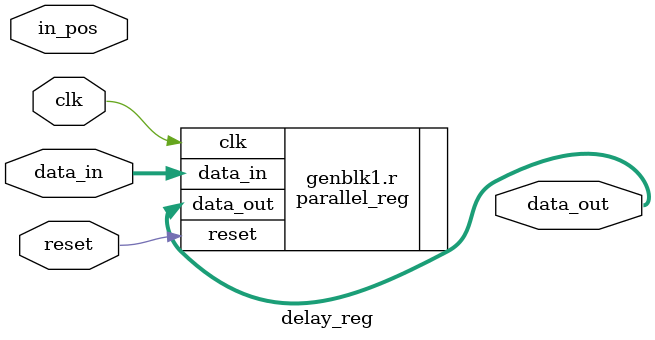
<source format=v>
module delay_reg(data_in, in_pos, data_out, clk, reset);
  parameter DEPTH=1;
  parameter WIDTH=32;
  
  input [WIDTH-1:0] data_in;
  input [7:0] in_pos;
  input clk, reset;
  output [WIDTH-1:0] data_out;
  
  wire [WIDTH-1:0] data_in;
  wire [7:0] in_pos;
  wire clk, reset;
  wire [WIDTH-1:0] data_out;
  
  
  
  genvar i;
  if (DEPTH == 1) begin
    parallel_reg #(.WIDTH(WIDTH)) r
    (.data_in(data_in), .data_out(data_out), .clk(clk), .reset(reset));
  end else begin
    wire [DEPTH-1:0] decoder;
    assign decoder = 1 << (in_pos-1);
    
    wire [WIDTH-1:0] btw [0:DEPTH];
    wire [WIDTH-1:0] mux [0:DEPTH-1];
    for (i = 0; i < DEPTH; i = i + 1) begin
      assign mux[i] = (decoder[DEPTH-1-i]) ? btw[0] : btw[i];
      parallel_reg #(.WIDTH(WIDTH)) r
      (.data_in(mux[i]), .data_out(btw[i+1]), .clk(clk), .reset(reset));
    end
    
    assign btw[0] = data_in;
    assign data_out = btw[DEPTH];
  end
  
endmodule

</source>
